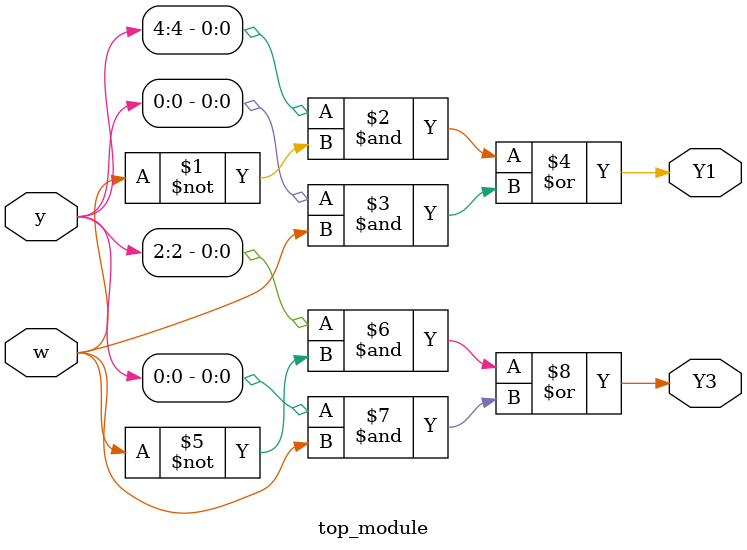
<source format=sv>
module top_module (
	input [5:0] y,
	input w,
	output Y1,
	output Y3
);
	
	// flip-flop Y1
	assign Y1 = (y[4] & ~w) | (y[0] & w); // Modified y[1] to y[0]
	
	// flip-flop Y3
	assign Y3 = (y[2] & ~w) | (y[0] & w); // Modified y[1] to y[0]

endmodule

</source>
